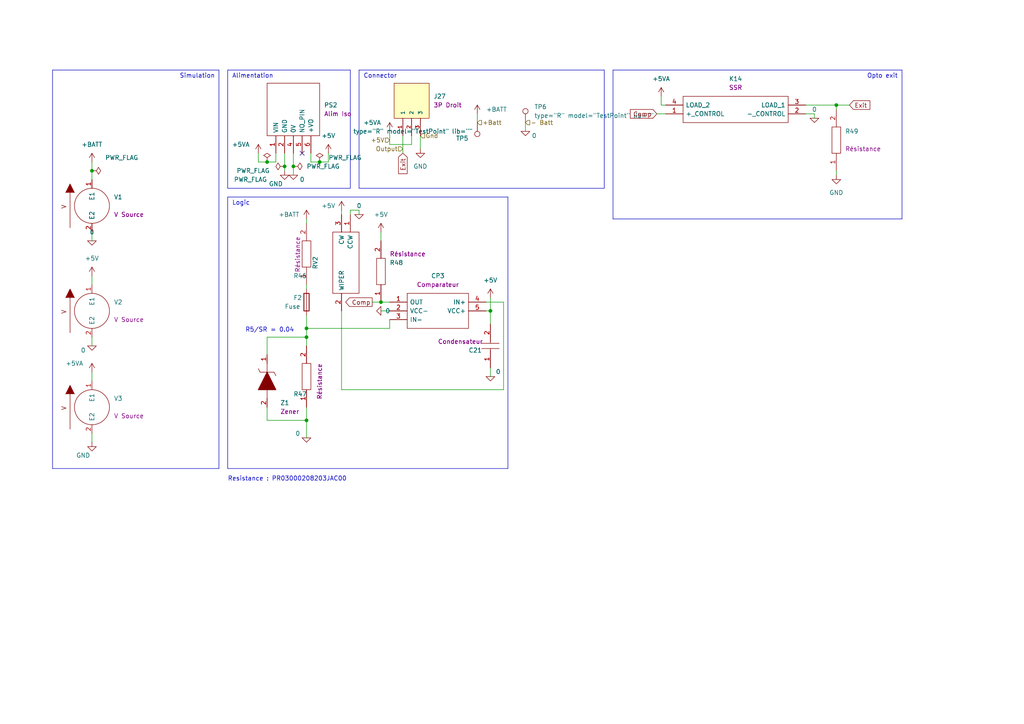
<source format=kicad_sch>
(kicad_sch (version 20230121) (generator eeschema)
  (paper "A4")
  (lib_symbols
    (symbol "Device:Fuse" (pin_numbers hide) (pin_names (offset 0))
      (property "Reference" "F" (at 2.032 0 90))
      (property "Value" "Fuse" (at -1.905 0 90))
      (symbol "Fuse_0_1"
        (rectangle (start -0.762 -2.54) (end 0.762 2.54) (stroke (width 0.254)))
        (polyline (pts (xy 0 2.54) (xy 0 -2.54)))
      )
      (symbol "Fuse_1_1"
        (pin passive line (at 0 3.81 270) (length 1.27) (name "~") (number "1"))
        (pin passive line (at 0 -3.81 90) (length 1.27) (name "~") (number "2"))
      )
    )
    (symbol "EPSA_lib:3P Droit 22-11-2032" (pin_names (offset 1.016))
      (property "Reference" "J" (at 6.35 7.62 0))
      (property "Render Name" "3P Droit" (at 0 6.35 0))
      (symbol "3P Droit 22-11-2032_0_0"
        (rectangle (start -5.08 -5.08) (end 5.08 5.08) (stroke (width 0.1524)) (fill (type background)))
        (pin passive line (at -10.16 2.54 0) (length 5.08) (name "1") (number "1"))
        (pin passive line (at -10.16 0 0) (length 5.08) (name "2") (number "2"))
        (pin passive line (at -10.16 -2.54 0) (length 5.08) (name "3") (number "3"))
      )
    )
    (symbol "EPSA_lib:Alim Iso PDM2-S5-S5-S" (pin_names (offset 0.762))
      (property "Reference" "PS" (at 21.59 6.35 0))
      (property "Render Name" "Alim Iso" (at 12.7 3.81 0))
      (symbol "Alim Iso PDM2-S5-S5-S_0_0"
        (pin passive line (at 0 0 0) (length 5.08) (name "VIN") (number "1"))
        (pin passive line (at 0 -2.54 0) (length 5.08) (name "GND") (number "2"))
        (pin passive line (at 0 -5.08 0) (length 5.08) (name "0V") (number "4"))
        (pin passive line (at 0 -7.62 0) (length 5.08) (name "NO_PIN") (number "5"))
        (pin passive line (at 0 -10.16 0) (length 5.08) (name "+VO") (number "6"))
      )
      (symbol "Alim Iso PDM2-S5-S5-S_0_1"
        (polyline (pts (xy 5.08 2.54) (xy 20.32 2.54) (xy 20.32 -12.7) (xy 5.08 -12.7) (xy 5.08 2.54)) (stroke (width 0.1524)))
      )
    )
    (symbol "EPSA_lib:Comparateur TS391ILT" (pin_names (offset 0.762))
      (property "Reference" "CP" (at 35.56 8.89 0))
      (property "Render Name" "Comparateur" (at 13.97 3.81 0))
      (symbol "Comparateur TS391ILT_0_0"
        (pin passive line (at 0 0 0) (length 5.08) (name "OUT") (number "1"))
        (pin passive line (at 0 -2.54 0) (length 5.08) (name "VCC-") (number "2"))
        (pin passive line (at 0 -5.08 0) (length 5.08) (name "IN-") (number "3"))
        (pin passive line (at 27.94 0 180) (length 5.08) (name "IN+") (number "4"))
        (pin passive line (at 27.94 -2.54 180) (length 5.08) (name "VCC+") (number "5"))
      )
      (symbol "Comparateur TS391ILT_0_1"
        (polyline (pts (xy 5.08 2.54) (xy 22.86 2.54) (xy 22.86 -7.62) (xy 5.08 -7.62) (xy 5.08 2.54)) (stroke (width 0.1524)))
      )
    )
    (symbol "EPSA_lib:Condensateur 0805Y1000104JXT" (pin_names (offset 0.762))
      (property "Reference" "C" (at 20.32 5.08 0))
      (property "Spice_Model" "10" (at 5.08 6.35 0))
      (property "Render Name" "Condensateur" (at 6.35 3.81 0))
      (symbol "Condensateur 0805Y1000104JXT_0_0"
        (pin passive line (at 0 0 0) (length 5.08) (name "~") (number "1"))
        (pin passive line (at 12.7 0 180) (length 5.08) (name "~") (number "2"))
      )
      (symbol "Condensateur 0805Y1000104JXT_0_1"
        (polyline (pts (xy 5.08 0) (xy 5.588 0)) (stroke (width 0.1524)))
        (polyline (pts (xy 5.588 2.54) (xy 5.588 -2.54)) (stroke (width 0.1524)))
        (polyline (pts (xy 7.112 0) (xy 7.62 0)) (stroke (width 0.1524)))
        (polyline (pts (xy 7.112 2.54) (xy 7.112 -2.54)) (stroke (width 0.1524)))
      )
    )
    (symbol "EPSA_lib:Résistance RK73H2BLTDD2152F" (pin_names (offset 0.762))
      (property "Reference" "R" (at 25.4 5.08 0))
      (property "Spice_Model" "10" (at 7.62 5.08 0))
      (property "Render Name" "Résistance" (at 8.89 2.54 0))
      (symbol "Résistance RK73H2BLTDD2152F_0_0"
        (pin passive line (at 0 0 0) (length 5.08) (name "~") (number "1"))
        (pin passive line (at 17.78 0 180) (length 5.08) (name "~") (number "2"))
      )
      (symbol "Résistance RK73H2BLTDD2152F_0_1"
        (polyline (pts (xy 5.08 1.27) (xy 12.7 1.27) (xy 12.7 -1.27) (xy 5.08 -1.27) (xy 5.08 1.27)) (stroke (width 0.1524)))
      )
    )
    (symbol "EPSA_lib:SSR CPC1394GR" (pin_names (offset 0.762))
      (property "Reference" "K" (at 48.26 7.62 0))
      (property "Render Name" "SSR" (at 19.05 3.81 0))
      (symbol "SSR CPC1394GR_0_0"
        (pin passive line (at 0 -2.54 0) (length 5.08) (name "+_CONTROL") (number "1"))
        (pin passive line (at 40.64 -2.54 180) (length 5.08) (name "-_CONTROL") (number "2"))
        (pin passive line (at 40.64 0 180) (length 5.08) (name "LOAD_1") (number "3"))
        (pin passive line (at 0 0 0) (length 5.08) (name "LOAD_2") (number "4"))
      )
      (symbol "SSR CPC1394GR_0_1"
        (polyline (pts (xy 5.08 2.54) (xy 35.56 2.54) (xy 35.56 -5.08) (xy 5.08 -5.08) (xy 5.08 2.54)) (stroke (width 0.1524)))
      )
    )
    (symbol "EPSA_lib:TestPoint" (pin_numbers hide) (pin_names (offset 0.762) hide)
      (property "Reference" "TP" (at 0 6.858 0))
      (property "Value" "TestPoint" (at 0 5.08 0))
      (symbol "TestPoint_0_1"
        (circle (center 0 3.302) (radius 0.762))
      )
      (symbol "TestPoint_1_1"
        (pin passive line (at 0 0 90) (length 2.54) (name "1") (number "1"))
      )
    )
    (symbol "EPSA_lib:VSOURCE" (pin_names (offset 1.016)) (in_bom no) (on_board no)
      (property "Reference" "V" (at 8.89 12.7 0))
      (property "Spice_Model" "dc 5" (at -1.27 12.7 0))
      (property "Render Name" "V Source" (at -1.27 10.16 0))
      (symbol "VSOURCE_0_1"
        (circle (center -1.27 0) (radius 5.08))
        (polyline (pts (xy -7.62 6.35) (xy 2.54 6.35)) (fill (type outline)))
        (polyline (pts (xy 2.54 7.62) (xy 5.08 6.35) (xy 2.54 5.08)) (fill (type outline)))
        (text "V" (at -1.524 8.128 0) (effects (font (size 1.27 1.27))))
      )
      (symbol "VSOURCE_1_1"
        (pin input line (at 6.35 0 180) (length 2.54) (name "E1") (number "1"))
        (pin input line (at -8.89 0 0) (length 2.54) (name "E2") (number "2"))
      )
    )
    (symbol "EPSA_lib:Varystor 3296Y-1-223LF" (pin_names (offset 0.762))
      (property "Reference" "RV" (at 34.29 7.62 0))
      (property "Render Name" "Varystor" (at 13.97 3.81 0))
      (symbol "Varystor 3296Y-1-223LF_0_0"
        (pin passive line (at 27.94 -2.54 180) (length 5.08) (name "CCW") (number "1"))
        (pin passive line (at 0 0 0) (length 5.08) (name "WIPER") (number "2"))
        (pin passive line (at 27.94 0 180) (length 5.08) (name "CW") (number "3"))
      )
      (symbol "Varystor 3296Y-1-223LF_0_1"
        (polyline (pts (xy 5.08 2.54) (xy 22.86 2.54) (xy 22.86 -5.08) (xy 5.08 -5.08) (xy 5.08 2.54)) (stroke (width 0.1524)))
      )
    )
    (symbol "EPSA_lib:Zener TZM5224B-GS08" (pin_names (offset 0.762))
      (property "Reference" "Z" (at 5.08 6.35 0))
      (property "Titre" "Zener" (at 6.35 3.81 0))
      (symbol "Zener TZM5224B-GS08_0_0"
        (pin passive line (at 0 0 0) (length 2.54) (name "~") (number "1"))
        (pin passive line (at 15.24 0 180) (length 2.54) (name "~") (number "2"))
      )
      (symbol "Zener TZM5224B-GS08_0_1"
        (polyline (pts (xy 2.54 0) (xy 5.08 0)) (stroke (width 0.1524)))
        (polyline (pts (xy 4.064 -2.54) (xy 5.08 -2.032)) (stroke (width 0.1524)))
        (polyline (pts (xy 5.08 2.032) (xy 5.08 -2.032)) (stroke (width 0.1524)))
        (polyline (pts (xy 5.08 2.032) (xy 6.096 2.54)) (stroke (width 0.1524)))
        (polyline (pts (xy 12.7 0) (xy 10.16 0)) (stroke (width 0.1524)))
        (polyline (pts (xy 5.08 0) (xy 10.16 2.54) (xy 10.16 -2.54) (xy 5.08 0)) (stroke (width 0.254)) (fill (type outline)))
      )
    )
    (symbol "power:+5V" (power) (pin_names (offset 0))
      (property "Value" "+5V" (at 0 3.556 0))
      (symbol "+5V_0_1"
        (polyline (pts (xy -0.762 1.27) (xy 0 2.54)))
        (polyline (pts (xy 0 0) (xy 0 2.54)))
        (polyline (pts (xy 0 2.54) (xy 0.762 1.27)))
      )
      (symbol "+5V_1_1"
        (pin power_in line (at 0 0 90) (length 0) hide (name "+5V") (number "1"))
      )
    )
    (symbol "power:+5VA" (power) (pin_names (offset 0))
      (property "Value" "+5VA" (at 0 3.556 0))
      (symbol "+5VA_0_1"
        (polyline (pts (xy -0.762 1.27) (xy 0 2.54)))
        (polyline (pts (xy 0 0) (xy 0 2.54)))
        (polyline (pts (xy 0 2.54) (xy 0.762 1.27)))
      )
      (symbol "+5VA_1_1"
        (pin power_in line (at 0 0 90) (length 0) hide (name "+5VA") (number "1"))
      )
    )
    (symbol "power:+BATT" (power) (pin_names (offset 0))
      (property "Value" "+BATT" (at 0 3.556 0))
      (symbol "+BATT_0_1"
        (polyline (pts (xy -0.762 1.27) (xy 0 2.54)))
        (polyline (pts (xy 0 0) (xy 0 2.54)))
        (polyline (pts (xy 0 2.54) (xy 0.762 1.27)))
      )
      (symbol "+BATT_1_1"
        (pin power_in line (at 0 0 90) (length 0) hide (name "+BATT") (number "1"))
      )
    )
    (symbol "power:GND" (power) (pin_names (offset 0))
      (property "Value" "GND" (at 0 -3.81 0))
      (symbol "GND_0_1"
        (polyline (pts (xy 0 0) (xy 0 -1.27) (xy 1.27 -1.27) (xy 0 -2.54) (xy -1.27 -1.27) (xy 0 -1.27)))
      )
      (symbol "GND_1_1"
        (pin power_in line (at 0 0 270) (length 0) hide (name "GND") (number "1"))
      )
    )
    (symbol "power:PWR_FLAG" (power) (pin_numbers hide) (pin_names (offset 0) hide)
      (property "Value" "PWR_FLAG" (at 0 3.81 0))
      (symbol "PWR_FLAG_0_0"
        (pin power_out line (at 0 0 90) (length 0) (name "pwr") (number "1"))
      )
      (symbol "PWR_FLAG_0_1"
        (polyline (pts (xy 0 0) (xy 0 1.27) (xy -1.016 1.905) (xy 0 2.54) (xy 1.016 1.905) (xy 0 1.27)))
      )
    )
    (symbol "pspice:0" (power) (pin_names (offset 0))
      (property "Value" "0" (at 0 -1.778 0))
      (symbol "0_0_1"
        (polyline (pts (xy -1.27 0) (xy 0 -1.27) (xy 1.27 0) (xy -1.27 0)))
      )
      (symbol "0_1_1"
        (pin power_in line (at 0 0 0) (length 0) hide (name "0") (number "1"))
      )
    )
  )
  (junction (at 26.67 49.53))
  (junction (at 110.49 87.63))
  (junction (at 85.09 48.26))
  (junction (at 88.9 121.92))
  (junction (at 142.24 90.17))
  (junction (at 77.47 46.99))
  (junction (at 92.71 46.99))
  (junction (at 88.9 95.25))
  (junction (at 242.57 30.48))
  (junction (at 82.55 48.26))
  (junction (at 88.9 97.79))
  (no_connect (at 87.63 44.45))
  (polyline (pts (xy 66.04 54.61) (xy 101.6 54.61)))
  (wire (pts (xy 113.03 95.25) (xy 113.03 92.71)))
  (polyline (pts (xy 66.04 135.89) (xy 147.32 135.89)))
  (wire (pts (xy 152.4 35.56) (xy 152.4 38.1)))
  (wire (pts (xy 88.9 95.25) (xy 88.9 97.79)))
  (wire (pts (xy 88.9 118.11) (xy 88.9 121.92)))
  (wire (pts (xy 85.09 44.45) (xy 85.09 48.26)))
  (wire (pts (xy 142.24 86.36) (xy 142.24 90.17)))
  (wire (pts (xy 88.9 91.44) (xy 88.9 95.25)))
  (wire (pts (xy 242.57 49.53) (xy 242.57 50.8)))
  (wire (pts (xy 146.05 113.03) (xy 146.05 87.63)))
  (wire (pts (xy 242.57 30.48) (xy 246.38 30.48)))
  (wire (pts (xy 95.25 44.45) (xy 95.25 46.99)))
  (wire (pts (xy 26.67 125.73) (xy 26.67 128.27)))
  (polyline (pts (xy 104.14 20.32) (xy 104.14 54.61)))
  (wire (pts (xy 26.67 97.79) (xy 26.67 100.33)))
  (polyline (pts (xy 177.8 20.32) (xy 177.8 63.5)))
  (wire (pts (xy 26.67 46.99) (xy 26.67 49.53)))
  (polyline (pts (xy 66.04 57.15) (xy 66.04 135.89)))
  (wire (pts (xy 146.05 87.63) (xy 140.97 87.63)))
  (wire (pts (xy 99.06 113.03) (xy 146.05 113.03)))
  (wire (pts (xy 99.06 90.17) (xy 99.06 113.03)))
  (wire (pts (xy 88.9 63.5) (xy 88.9 64.77)))
  (wire (pts (xy 190.5 33.02) (xy 193.04 33.02)))
  (wire (pts (xy 88.9 95.25) (xy 113.03 95.25)))
  (wire (pts (xy 113.03 90.17) (xy 110.49 90.17)))
  (wire (pts (xy 142.24 106.68) (xy 142.24 109.22)))
  (wire (pts (xy 113.03 41.91) (xy 119.38 41.91)))
  (polyline (pts (xy 104.14 20.32) (xy 175.26 20.32)))
  (polyline (pts (xy 15.24 20.32) (xy 15.24 135.89)))
  (polyline (pts (xy 104.14 54.61) (xy 175.26 54.61)))
  (wire (pts (xy 101.6 60.96) (xy 104.14 60.96)))
  (wire (pts (xy 92.71 46.99) (xy 95.25 46.99)))
  (wire (pts (xy 88.9 121.92) (xy 88.9 127)))
  (polyline (pts (xy 63.5 135.89) (xy 63.5 20.32)))
  (wire (pts (xy 82.55 48.26) (xy 82.55 49.53)))
  (wire (pts (xy 142.24 90.17) (xy 142.24 93.98)))
  (wire (pts (xy 110.49 67.31) (xy 110.49 69.85)))
  (polyline (pts (xy 175.26 54.61) (xy 175.26 20.32)))
  (wire (pts (xy 110.49 87.63) (xy 113.03 87.63)))
  (wire (pts (xy 85.09 48.26) (xy 85.09 50.8)))
  (polyline (pts (xy 177.8 20.32) (xy 261.62 20.32)))
  (polyline (pts (xy 101.6 54.61) (xy 101.6 20.32)))
  (wire (pts (xy 80.01 46.99) (xy 80.01 44.45)))
  (wire (pts (xy 233.68 33.02) (xy 236.22 33.02)))
  (wire (pts (xy 74.93 46.99) (xy 77.47 46.99)))
  (polyline (pts (xy 147.32 135.89) (xy 147.32 57.15)))
  (wire (pts (xy 113.03 38.1) (xy 113.03 41.91)))
  (wire (pts (xy 191.77 30.48) (xy 193.04 30.48)))
  (wire (pts (xy 104.14 60.96) (xy 104.14 62.23)))
  (wire (pts (xy 77.47 97.79) (xy 77.47 102.87)))
  (polyline (pts (xy 66.04 20.32) (xy 101.6 20.32)))
  (polyline (pts (xy 66.04 20.32) (xy 66.04 54.61)))
  (wire (pts (xy 101.6 60.96) (xy 101.6 62.23)))
  (wire (pts (xy 88.9 82.55) (xy 88.9 83.82)))
  (wire (pts (xy 26.67 67.31) (xy 26.67 69.85)))
  (wire (pts (xy 90.17 46.99) (xy 92.71 46.99)))
  (wire (pts (xy 233.68 30.48) (xy 242.57 30.48)))
  (wire (pts (xy 140.97 90.17) (xy 142.24 90.17)))
  (polyline (pts (xy 261.62 63.5) (xy 261.62 20.32)))
  (wire (pts (xy 74.93 44.45) (xy 74.93 46.99)))
  (wire (pts (xy 77.47 118.11) (xy 77.47 121.92)))
  (wire (pts (xy 138.43 33.02) (xy 138.43 35.56)))
  (wire (pts (xy 236.22 33.02) (xy 236.22 34.29)))
  (wire (pts (xy 88.9 100.33) (xy 88.9 97.79)))
  (polyline (pts (xy 66.04 57.15) (xy 147.32 57.15)))
  (wire (pts (xy 242.57 31.75) (xy 242.57 30.48)))
  (wire (pts (xy 121.92 39.37) (xy 121.92 43.18)))
  (wire (pts (xy 90.17 44.45) (xy 90.17 46.99)))
  (wire (pts (xy 77.47 97.79) (xy 88.9 97.79)))
  (wire (pts (xy 26.67 49.53) (xy 26.67 52.07)))
  (wire (pts (xy 116.84 39.37) (xy 116.84 44.45)))
  (wire (pts (xy 88.9 121.92) (xy 77.47 121.92)))
  (wire (pts (xy 99.06 60.96) (xy 99.06 62.23)))
  (polyline (pts (xy 15.24 135.89) (xy 63.5 135.89)))
  (wire (pts (xy 82.55 44.45) (xy 82.55 48.26)))
  (wire (pts (xy 119.38 41.91) (xy 119.38 39.37)))
  (polyline (pts (xy 15.24 20.32) (xy 63.5 20.32)))
  (wire (pts (xy 191.77 27.94) (xy 191.77 30.48)))
  (wire (pts (xy 77.47 46.99) (xy 80.01 46.99)))
  (wire (pts (xy 107.95 87.63) (xy 110.49 87.63)))
  (wire (pts (xy 26.67 80.01) (xy 26.67 82.55)))
  (polyline (pts (xy 177.8 63.5) (xy 261.62 63.5)))
  (wire (pts (xy 26.67 107.95) (xy 26.67 110.49)))
  (text "Connector" (at 105.41 22.86 0) (effects (font (size 1.27 1.27)) (justify left bottom)))
  (text "R5/SR = 0.04" (at 71.12 96.52 0) (effects (font (size 1.27 1.27)) (justify left bottom)))
  (text "Alimentation" (at 67.31 22.86 0) (effects (font (size 1.27 1.27)) (justify left bottom)))
  (text "Opto exit" (at 251.46 22.86 0) (effects (font (size 1.27 1.27)) (justify left bottom)))
  (text "Simulation" (at 52.07 22.86 0) (effects (font (size 1.27 1.27)) (justify left bottom)))
  (text "Resistance : PR03000208203JAC00" (at 66.04 139.7 0) (effects (font (size 1.27 1.27)) (justify left bottom)))
  (text "Logic " (at 67.31 59.69 0) (effects (font (size 1.27 1.27)) (justify left bottom)))
  (global_label "Exit" (shape input) (at 116.84 44.45 270) (property "Intersheetrefs" "${INTERSHEET_REFS}" (effects hide)))
  (global_label "Comp" (shape input) (at 190.5 33.02 180) (property "Intersheetrefs" "${INTERSHEET_REFS}" (effects hide)))
  (global_label "Exit" (shape input) (at 246.38 30.48 0) (property "Intersheetrefs" "${INTERSHEET_REFS}" (effects hide)))
  (global_label "Comp" (shape output) (at 107.95 87.63 180) (property "Intersheetrefs" "${INTERSHEET_REFS}" (effects hide)))
  (hierarchical_label "Gnd" (shape input) (at 121.92 39.37 0))
  (hierarchical_label "Output" (shape input) (at 116.84 43.18 180))
  (hierarchical_label "- Batt" (shape input) (at 152.4 35.56 0))
  (hierarchical_label "+5V" (shape input) (at 113.03 40.64 180))
  (hierarchical_label "+Batt" (shape input) (at 138.43 35.56 0))
  (symbol (lib_id "EPSA_lib:VSOURCE") (at 26.67 116.84 90) (unit 1) (in_bom no) (on_board no)
    (property "Reference" "V3" (at 33.02 115.5699 90) (effects (justify right)))
    (property "Value" "5" (effects hide))
    (property "Render Name" "V Source" (at 33.02 120.6499 90) (effects (justify right)))
    (property "Sim.Device" "V" (effects hide))
    (property "Sim.Type" "DC" (effects hide))
    (property "Sim.Pins" "1=+ 2=-" (effects hide))
  )
  (symbol (lib_id "power:PWR_FLAG") (at 26.67 49.53 270) (unit 1)
    (property "Reference" "#FLG03" (effects hide))
    (property "Value" "PWR_FLAG" (at 30.48 45.72 90) (effects (justify left)))
  )
  (symbol (lib_id "EPSA_lib:Condensateur 0805Y1000104JXT") (at 142.24 106.68 90) (unit 1)
    (property "Reference" "C21" (at 135.89 101.6 90) (effects (justify right)))
    (property "Value" "Condensateur 0805Y1000104JXT" (effects hide))
    (property "Footprint" "EPSA_lib:CAPC2012X130N" (effects hide))
    (property "Datasheet" "http://docs-europe.electrocomponents.com/webdocs/119d/0900766b8119d7bc.pdf" (effects hide))
    (property "Description" "Syfer 0805 Ceramic Chip Capacitors" (effects hide))
    (property "Height" "1.3" (effects hide))
    (property "Manufacturer_Name" "Syfer" (effects hide))
    (property "Manufacturer_Part_Number" "0805Y1000104JXT" (effects hide))
    (property "Arrow Part Number" "0805Y1000104JXT" (effects hide))
    (property "Arrow Price/Stock" "https://www.arrow.com/en/products/0805y1000104jxt/syfer-technology?region=europe" (effects hide))
    (property "Sim.Enable" "0" (effects hide))
    (property "Render Name" "Condensateur" (at 127 99.06 90) (effects (justify right)))
    (property "Sim.Device" "SPICE" (effects hide))
    (property "Sim.Params" "type=\"C\" model=\"10n\" lib=\"\"" (effects hide))
    (property "Sim.Pins" "1=1 2=2" (effects hide))
  )
  (symbol (lib_id "EPSA_lib:3P Droit 22-11-2032") (at 119.38 29.21 90) (unit 1)
    (property "Reference" "J27" (at 125.73 27.9399 90) (effects (justify right)))
    (property "Value" "3P Droit 22-11-2032" (effects hide))
    (property "Footprint" "EPSA_lib:MOLEX_22-11-2032" (effects hide))
    (property "STANDARD" "Manufacturer recommendations" (effects hide))
    (property "PARTREV" "BD8" (effects hide))
    (property "MAXIMUM_PACKAGE_HEIGHT" "10.66mm" (effects hide))
    (property "MANUFACTURER" "Molex" (effects hide))
    (property "Sim.Enable" "0" (effects hide))
    (property "Render Name" "3P Droit" (at 125.73 30.4799 90) (effects (justify right)))
    (property "Sim.Device" "SPICE" (effects hide))
    (property "Sim.Params" "type=\"J\" model=\"22-11-2032\" lib=\"\"" (effects hide))
    (property "Sim.Pins" "1=1 2=2 3=3" (effects hide))
  )
  (symbol (lib_id "pspice:0") (at 104.14 62.23 0) (unit 1)
    (property "Reference" "#GND042" (effects hide))
    (property "Value" "0" (at 104.14 59.69 0))
  )
  (symbol (lib_id "power:+5VA") (at 113.03 38.1 0) (unit 1)
    (property "Reference" "#PWR082" (effects hide))
    (property "Value" "+5VA" (at 107.95 35.56 0))
  )
  (symbol (lib_id "pspice:0") (at 142.24 109.22 0) (unit 1)
    (property "Reference" "#GND044" (effects hide))
    (property "Value" "0" (at 144.4942 107.8231 0))
  )
  (symbol (lib_id "power:+5V") (at 95.25 44.45 0) (unit 1)
    (property "Reference" "#PWR079" (effects hide))
    (property "Value" "+5V" (at 95.25 39.37 0))
  )
  (symbol (lib_id "EPSA_lib:Zener TZM5224B-GS08") (at 77.47 102.87 270) (unit 1)
    (property "Reference" "Z1" (at 81.28 116.8399 90) (effects (justify left)))
    (property "Value" "Zener TZM5224B-GS08" (effects hide))
    (property "Footprint" "Diode_SMD:D_MiniMELF" (effects hide))
    (property "Datasheet" "https://www.mouser.co.uk/datasheet/2/427/tzm5221-103146.pdf" (effects hide))
    (property "Description" "Vishay TZM5224B-GS08 Zener Diode, 2.8V 5% 500 mW SMT 2-Pin SOD-80" (effects hide))
    (property "Height" "1.6" (effects hide))
    (property "Manufacturer_Name" "Vishay" (effects hide))
    (property "Manufacturer_Part_Number" "TZM5224B-GS08" (effects hide))
    (property "Mouser Part Number" "78-TZM5224B" (effects hide))
    (property "Mouser Price/Stock" "https://www.mouser.co.uk/ProductDetail/Vishay-Semiconductors/TZM5224B-GS08?qs=25SNtymhSqPc9I2zbkn61Q%3D%3D" (effects hide))
    (property "Titre" "Zener" (at 81.28 119.3799 90) (effects (justify left)))
    (property "Sim.Device" "SPICE" (effects hide))
    (property "Sim.Params" "type=\"X\" model=\"DI_BZT52C2V4\" lib=\"${EPSA}\\SpiceModel\\Zener.lib\"" (effects hide))
    (property "Sim.Pins" "2=1 1=2" (effects hide))
  )
  (symbol (lib_id "EPSA_lib:VSOURCE") (at 26.67 58.42 90) (unit 1) (in_bom no) (on_board no)
    (property "Reference" "V1" (at 33.02 57.1499 90) (effects (justify right)))
    (property "Value" "VSOURCE" (effects hide))
    (property "Render Name" "V Source" (at 33.02 62.2299 90) (effects (justify right)))
    (property "Sim.Device" "SPICE" (effects hide))
    (property "Sim.Params" "type=\"V\" model=\"pwl(0 0 10 600)\" lib=\"\"" (effects hide))
    (property "Sim.Pins" "1=1 2=2" (effects hide))
  )
  (symbol (lib_id "pspice:0") (at 110.49 90.17 270) (unit 1)
    (property "Reference" "#GND043" (effects hide))
    (property "Value" "0" (at 111.76 90.1699 90) (effects (justify left)))
  )
  (symbol (lib_id "EPSA_lib:TestPoint") (at 138.43 35.56 180) (unit 1)
    (property "Reference" "TP5" (at 135.89 40.1321 0) (effects (justify left)))
    (property "Value" "${SIM.PARAMS}" (at 137.16 38.1 0) (effects (justify left)))
    (property "Footprint" "Connector_Wire:SolderWire-2.5sqmm_1x01_D2.4mm_OD3.6mm" (effects hide))
    (property "Sim.Enable" "0" (effects hide))
    (property "Sim.Device" "SPICE" (effects hide))
    (property "Sim.Params" "type=\"R\" model=\"TestPoint\" lib=\"\"" (effects hide))
    (property "Sim.Pins" "1=1" (effects hide))
  )
  (symbol (lib_id "Device:Fuse") (at 88.9 87.63 0) (unit 1)
    (property "Reference" "F2" (at 85.09 86.36 0) (effects (justify left)))
    (property "Value" "Fuse" (at 82.55 88.9 0) (effects (justify left)))
    (property "Footprint" "EPSA_lib:0PTF0078P" (effects hide))
  )
  (symbol (lib_id "power:+5VA") (at 74.93 44.45 0) (unit 1)
    (property "Reference" "#PWR076" (effects hide))
    (property "Value" "+5VA" (at 69.85 41.91 0))
  )
  (symbol (lib_id "power:PWR_FLAG") (at 82.55 48.26 90) (unit 1)
    (property "Reference" "#FLG05" (effects hide))
    (property "Value" "PWR_FLAG" (at 77.47 52.07 90) (effects (justify left)))
  )
  (symbol (lib_id "EPSA_lib:Résistance RK73H2BLTDD2152F") (at 110.49 87.63 90) (unit 1)
    (property "Reference" "R48" (at 113.03 76.1999 90) (effects (justify right)))
    (property "Value" "Résistance RK73H2BLTDD2152F" (effects hide))
    (property "Footprint" "EPSA_lib:RESC3216X70N" (effects hide))
    (property "Datasheet" "http://www.koaspeer.com/catimages/Products/RK73H/RK73H.pdf" (effects hide))
    (property "Description" "Thick Film Resistors - SMD" (effects hide))
    (property "Height" "0.7" (effects hide))
    (property "Manufacturer_Name" "KOA Speer" (effects hide))
    (property "Manufacturer_Part_Number" "RK73H2BLTDD2152F" (effects hide))
    (property "Mouser Part Number" "N/A" (effects hide))
    (property "Mouser Price/Stock" "https://www.mouser.co.uk/ProductDetail/KOA-Speer/RK73H2BLTDD2152F?qs=WeIALVmW3zmyxMFsjVzMRw%3D%3D" (effects hide))
    (property "Render Name" "Résistance" (at 113.03 73.66 90) (effects (justify right)))
    (property "Sim.Device" "SPICE" (effects hide))
    (property "Sim.Params" "type=\"R\" model=\"2k6\" lib=\"\"" (effects hide))
    (property "Sim.Pins" "1=1 2=2" (effects hide))
  )
  (symbol (lib_id "power:+5V") (at 26.67 80.01 0) (unit 1)
    (property "Reference" "#PWR073" (effects hide))
    (property "Value" "+5V" (at 26.67 74.93 0))
  )
  (symbol (lib_id "power:+BATT") (at 26.67 46.99 0) (unit 1)
    (property "Reference" "#PWR072" (effects hide))
    (property "Value" "+BATT" (at 26.67 41.91 0))
  )
  (symbol (lib_id "pspice:0") (at 152.4 38.1 0) (unit 1)
    (property "Reference" "#GND045" (effects hide))
    (property "Value" "0" (at 154.94 39.37 0))
  )
  (symbol (lib_id "pspice:0") (at 88.9 127 0) (unit 1)
    (property "Reference" "#GND041" (effects hide))
    (property "Value" "0" (at 86.36 125.73 0))
  )
  (symbol (lib_id "power:GND") (at 121.92 43.18 0) (unit 1)
    (property "Reference" "#PWR083" (effects hide))
    (property "Value" "GND" (at 121.92 48.26 0))
  )
  (symbol (lib_id "power:PWR_FLAG") (at 77.47 46.99 0) (unit 1)
    (property "Reference" "#FLG04" (effects hide))
    (property "Value" "PWR_FLAG" (at 68.58 49.53 0) (effects (justify left)))
  )
  (symbol (lib_id "pspice:0") (at 26.67 69.85 0) (unit 1)
    (property "Reference" "#GND038" (effects hide))
    (property "Value" "0" (at 26.67 67.31 0))
  )
  (symbol (lib_id "power:+BATT") (at 138.43 33.02 0) (unit 1)
    (property "Reference" "#PWR084" (effects hide))
    (property "Value" "+BATT" (at 140.97 31.7499 0) (effects (justify left)))
  )
  (symbol (lib_id "EPSA_lib:Alim Iso PDM2-S5-S5-S") (at 80.01 44.45 90) (unit 1)
    (property "Reference" "PS2" (at 93.98 30.4799 90) (effects (justify right)))
    (property "Value" "Alim Iso PDM2-S5-S5-S" (effects hide))
    (property "Footprint" "EPSA_lib:PDM2S5S5S" (effects hide))
    (property "Datasheet" "https://datasheet.datasheetarchive.com/originals/distributors/Datasheets-SFU1/DSASFU10006714.pdf" (effects hide))
    (property "Description" "Isolated DC/DC Converters Isolated Board Mount DC-DC Cnvrt 5vdc 2W" (effects hide))
    (property "Height" "10.41" (effects hide))
    (property "Manufacturer_Name" "CUI Inc." (effects hide))
    (property "Manufacturer_Part_Number" "PDM2-S5-S5-S" (effects hide))
    (property "Mouser Part Number" "490-PDM2-S5-S5-S" (effects hide))
    (property "Mouser Price/Stock" "https://www.mouser.co.uk/ProductDetail/CUI-Inc/PDM2-S5-S5-S?qs=WyjlAZoYn51BO%2Fgga81j2w%3D%3D" (effects hide))
    (property "Sim.Enable" "0" (effects hide))
    (property "Render Name" "Alim Iso" (at 93.98 33.0199 90) (effects (justify right)))
    (property "Sim.Device" "SPICE" (effects hide))
    (property "Sim.Params" "type=\"R\" model=\"Alim Iso PDM2-S5-S5-S\" lib=\"\"" (effects hide))
    (property "Sim.Pins" "1=1 2=2 4=3 5=4 6=5" (effects hide))
  )
  (symbol (lib_id "power:GND") (at 26.67 128.27 0) (unit 1)
    (property "Reference" "#PWR075" (effects hide))
    (property "Value" "GND" (at 24.13 132.08 0))
  )
  (symbol (lib_id "power:+5V") (at 110.49 67.31 0) (unit 1)
    (property "Reference" "#PWR081" (effects hide))
    (property "Value" "+5V" (at 110.49 62.23 0))
  )
  (symbol (lib_id "EPSA_lib:VSOURCE") (at 26.67 88.9 90) (unit 1) (in_bom no) (on_board no)
    (property "Reference" "V2" (at 33.02 87.6299 90) (effects (justify right)))
    (property "Value" "5" (effects hide))
    (property "Render Name" "V Source" (at 33.02 92.7099 90) (effects (justify right)))
    (property "Sim.Device" "V" (effects hide))
    (property "Sim.Type" "DC" (effects hide))
    (property "Sim.Pins" "1=+ 2=-" (effects hide))
  )
  (symbol (lib_id "EPSA_lib:Résistance RK73H2BLTDD2152F") (at 88.9 82.55 90) (unit 1)
    (property "Reference" "R46" (at 85.09 80.01 90) (effects (justify right)))
    (property "Value" "Résistance RK73H2BLTDD2152F" (effects hide))
    (property "Footprint" "Resistor_THT:R_Axial_DIN0617_L17.0mm_D6.0mm_P20.32mm_Horizontal" (effects hide))
    (property "Datasheet" "http://www.koaspeer.com/catimages/Products/RK73H/RK73H.pdf" (effects hide))
    (property "Description" "Thick Film Resistors - SMD" (effects hide))
    (property "Height" "0.7" (effects hide))
    (property "Manufacturer_Name" "KOA Speer" (effects hide))
    (property "Manufacturer_Part_Number" "RK73H2BLTDD2152F" (effects hide))
    (property "Mouser Part Number" "N/A" (effects hide))
    (property "Mouser Price/Stock" "https://www.mouser.co.uk/ProductDetail/KOA-Speer/RK73H2BLTDD2152F?qs=WeIALVmW3zmyxMFsjVzMRw%3D%3D" (effects hide))
    (property "Render Name" "Résistance" (at 86.36 68.58 0) (effects (justify right)))
    (property "Sim.Device" "SPICE" (effects hide))
    (property "Sim.Params" "type=\"R\" model=\"820k\" lib=\"\"" (effects hide))
    (property "Sim.Pins" "1=1 2=2" (effects hide))
  )
  (symbol (lib_id "power:GND") (at 82.55 49.53 0) (unit 1)
    (property "Reference" "#PWR077" (effects hide))
    (property "Value" "GND" (at 80.01 53.34 0))
  )
  (symbol (lib_id "power:PWR_FLAG") (at 85.09 48.26 270) (unit 1)
    (property "Reference" "#FLG06" (effects hide))
    (property "Value" "PWR_FLAG" (at 88.9 48.2599 90) (effects (justify left)))
  )
  (symbol (lib_id "pspice:0") (at 236.22 34.29 0) (unit 1)
    (property "Reference" "#GND046" (effects hide))
    (property "Value" "0" (at 236.22 31.75 0))
  )
  (symbol (lib_id "EPSA_lib:Résistance RK73H2BLTDD2152F") (at 88.9 118.11 90) (unit 1)
    (property "Reference" "R47" (at 85.09 114.3 90) (effects (justify right)))
    (property "Value" "Résistance RK73H2BLTDD2152F" (effects hide))
    (property "Footprint" "EPSA_lib:RESC3216X70N" (effects hide))
    (property "Datasheet" "http://www.koaspeer.com/catimages/Products/RK73H/RK73H.pdf" (effects hide))
    (property "Description" "Thick Film Resistors - SMD" (effects hide))
    (property "Height" "0.7" (effects hide))
    (property "Manufacturer_Name" "KOA Speer" (effects hide))
    (property "Manufacturer_Part_Number" "RK73H2BLTDD2152F" (effects hide))
    (property "Mouser Part Number" "N/A" (effects hide))
    (property "Mouser Price/Stock" "https://www.mouser.co.uk/ProductDetail/KOA-Speer/RK73H2BLTDD2152F?qs=WeIALVmW3zmyxMFsjVzMRw%3D%3D" (effects hide))
    (property "Render Name" "Résistance" (at 92.71 105.41 0) (effects (justify right)))
    (property "Sim.Device" "SPICE" (effects hide))
    (property "Sim.Params" "type=\"R\" model=\"32k\" lib=\"\"" (effects hide))
    (property "Sim.Pins" "1=1 2=2" (effects hide))
  )
  (symbol (lib_id "power:+BATT") (at 88.9 63.5 0) (unit 1)
    (property "Reference" "#PWR078" (effects hide))
    (property "Value" "+BATT" (at 83.82 62.23 0))
  )
  (symbol (lib_id "power:PWR_FLAG") (at 92.71 46.99 0) (unit 1)
    (property "Reference" "#FLG07" (effects hide))
    (property "Value" "PWR_FLAG" (at 95.25 45.7199 0) (effects (justify left)))
  )
  (symbol (lib_id "EPSA_lib:SSR CPC1394GR") (at 193.04 30.48 0) (unit 1)
    (property "Reference" "K14" (at 213.36 22.86 0))
    (property "Value" "SSR CPC1394GR" (effects hide))
    (property "Footprint" "EPSA_lib:CPC1394GR" (effects hide))
    (property "Datasheet" "https://componentsearchengine.com/Datasheets/1/CPC1394GR.pdf" (effects hide))
    (property "Description" "SPST-NO Solid State Relay Solder 120 mA rms/mA dc Surface Mount, DC MOSFET" (effects hide))
    (property "Height" "3.556" (effects hide))
    (property "Manufacturer_Name" "LITTELFUSE" (effects hide))
    (property "Manufacturer_Part_Number" "CPC1394GR" (effects hide))
    (property "Mouser Part Number" "849-CPC1394GR" (effects hide))
    (property "Mouser Price/Stock" "https://www.mouser.co.uk/ProductDetail/IXYS-Integrated-Circuits/CPC1394GR?qs=8uBHJDVwVqyTG8bzDwZMmA%3D%3D" (effects hide))
    (property "Render Name" "SSR" (at 213.36 25.4 0))
    (property "Sim.Device" "SPICE" (effects hide))
    (property "Sim.Params" "type=\"X\" model=\"SWITCH\" lib=\"${EPSA}\\SpiceModel\\SSR.lib\"" (effects hide))
    (property "Sim.Pins" "1=1 2=2 3=3 4=4" (effects hide))
  )
  (symbol (lib_id "pspice:0") (at 85.09 50.8 0) (unit 1)
    (property "Reference" "#GND040" (effects hide))
    (property "Value" "0" (at 87.63 52.07 0))
  )
  (symbol (lib_id "power:+5VA") (at 191.77 27.94 0) (unit 1)
    (property "Reference" "#PWR086" (effects hide))
    (property "Value" "+5VA" (at 191.77 22.86 0))
  )
  (symbol (lib_id "pspice:0") (at 26.67 100.33 0) (unit 1)
    (property "Reference" "#GND039" (effects hide))
    (property "Value" "0" (at 24.13 101.6 0))
  )
  (symbol (lib_id "power:GND") (at 242.57 50.8 0) (unit 1)
    (property "Reference" "#PWR087" (effects hide))
    (property "Value" "GND" (at 242.57 55.88 0))
  )
  (symbol (lib_id "EPSA_lib:TestPoint") (at 152.4 35.56 0) (unit 1)
    (property "Reference" "TP6" (at 154.94 30.9879 0) (effects (justify left)))
    (property "Value" "${SIM.PARAMS}" (at 154.94 33.5279 0) (effects (justify left)))
    (property "Footprint" "Connector_Wire:SolderWire-2.5sqmm_1x01_D2.4mm_OD3.6mm" (effects hide))
    (property "Sim.Enable" "0" (effects hide))
    (property "Sim.Device" "SPICE" (effects hide))
    (property "Sim.Params" "type=\"R\" model=\"TestPoint\" lib=\"\"" (effects hide))
    (property "Sim.Pins" "1=1" (effects hide))
  )
  (symbol (lib_id "power:+5V") (at 99.06 60.96 0) (unit 1)
    (property "Reference" "#PWR080" (effects hide))
    (property "Value" "+5V" (at 95.25 59.69 0))
  )
  (symbol (lib_id "EPSA_lib:Comparateur TS391ILT") (at 113.03 87.63 0) (unit 1)
    (property "Reference" "CP3" (at 127 80.01 0))
    (property "Value" "Comparateur TS391ILT" (effects hide))
    (property "Footprint" "EPSA_lib:SOT95P280X145-5N" (effects hide))
    (property "Datasheet" "http://www.st.com/st-web-ui/static/active/en/resource/technical/document/datasheet/CD00001660.pdf" (effects hide))
    (property "Description" "TS391ILT, Comparator Open Collector 0.3us 12 V, 15 V, 18 V, 24 V, 28 V, 3 V, 5 V, 9 V 5-Pin SOT-23" (effects hide))
    (property "Height" "1.45" (effects hide))
    (property "Manufacturer_Name" "STMicroelectronics" (effects hide))
    (property "Manufacturer_Part_Number" "TS391ILT" (effects hide))
    (property "Mouser Part Number" "511-TS391IL" (effects hide))
    (property "Mouser Price/Stock" "https://www.mouser.co.uk/ProductDetail/STMicroelectronics/TS391ILT?qs=P8h1tZw8GcB9GWR61XM17g%3D%3D" (effects hide))
    (property "Arrow Part Number" "TS391ILT" (effects hide))
    (property "Arrow Price/Stock" "https://www.arrow.com/en/products/ts391ilt/stmicroelectronics?region=europe" (effects hide))
    (property "Render Name" "Comparateur" (at 127 82.55 0))
    (property "Sim.Device" "SPICE" (effects hide))
    (property "Sim.Params" "type=\"X\" model=\"TS391\" lib=\"${EPSA}\\SpiceModel\\C_ts391.lib\"" (effects hide))
    (property "Sim.Pins" "4=1 3=2 5=3 2=4 1=5" (effects hide))
  )
  (symbol (lib_id "power:+5VA") (at 26.67 107.95 0) (unit 1)
    (property "Reference" "#PWR074" (effects hide))
    (property "Value" "+5VA" (at 21.59 105.41 0))
  )
  (symbol (lib_id "power:+5V") (at 142.24 86.36 0) (unit 1)
    (property "Reference" "#PWR085" (effects hide))
    (property "Value" "+5V" (at 142.24 81.28 0))
  )
  (symbol (lib_id "EPSA_lib:Varystor 3296Y-1-223LF") (at 99.06 90.17 90) (unit 1)
    (property "Reference" "RV2" (at 91.44 76.2 0))
    (property "Value" "Varystor 3296Y-1-223LF" (effects hide))
    (property "Footprint" "EPSA_lib:3296Y1223LF" (effects hide))
    (property "Datasheet" "https://www.bourns.com/docs/Product-Datasheets/3296.pdf" (effects hide))
    (property "Description" "Bourns 3296Y Series 25-Turn Through Hole Cermet Trimmer Resistor with Solder Pin Terminations, 22k +/-10% 0.5W +/-100ppm/C" (effects hide))
    (property "Height" "11.8" (effects hide))
    (property "Manufacturer_Name" "Bourns" (effects hide))
    (property "Manufacturer_Part_Number" "3296Y-1-223LF" (effects hide))
    (property "Mouser Part Number" "652-3296Y-1-223LF" (effects hide))
    (property "Mouser Price/Stock" "https://www.mouser.co.uk/ProductDetail/Bourns/3296Y-1-223LF?qs=RUdTbCszRyG%2Fz0rQkQfbLg%3D%3D" (effects hide))
    (property "Arrow Part Number" "3296Y-1-223LF" (effects hide))
    (property "Arrow Price/Stock" "https://www.arrow.com/en/products/3296y-1-223lf/bourns" (effects hide))
    (property "Render Name" "Varystor" (effects hide))
    (property "Sim.Device" "SPICE" (effects hide))
    (property "Sim.Params" "type=\"X\" model=\"VARYSTOR\" lib=\"${EPSA}\\SpiceModel\\VARYSTOR.lib\"" (effects hide))
    (property "Sim.Pins" "1=1 2=2 3=3" (effects hide))
  )
  (symbol (lib_id "EPSA_lib:Résistance RK73H2BLTDD2152F") (at 242.57 49.53 90) (unit 1)
    (property "Reference" "R49" (at 245.11 38.0999 90) (effects (justify right)))
    (property "Value" "Résistance RK73H2BLTDD2152F" (effects hide))
    (property "Footprint" "EPSA_lib:RESC3216X70N" (effects hide))
    (property "Datasheet" "http://www.koaspeer.com/catimages/Products/RK73H/RK73H.pdf" (effects hide))
    (property "Description" "Thick Film Resistors - SMD" (effects hide))
    (property "Height" "0.7" (effects hide))
    (property "Manufacturer_Name" "KOA Speer" (effects hide))
    (property "Manufacturer_Part_Number" "RK73H2BLTDD2152F" (effects hide))
    (property "Mouser Part Number" "N/A" (effects hide))
    (property "Mouser Price/Stock" "https://www.mouser.co.uk/ProductDetail/KOA-Speer/RK73H2BLTDD2152F?qs=WeIALVmW3zmyxMFsjVzMRw%3D%3D" (effects hide))
    (property "Render Name" "Résistance" (at 245.11 43.1799 90) (effects (justify right)))
    (property "Sim.Device" "SPICE" (effects hide))
    (property "Sim.Params" "type=\"R\" model=\"2k\" lib=\"\"" (effects hide))
    (property "Sim.Pins" "1=1 2=2" (effects hide))
  )
)
</source>
